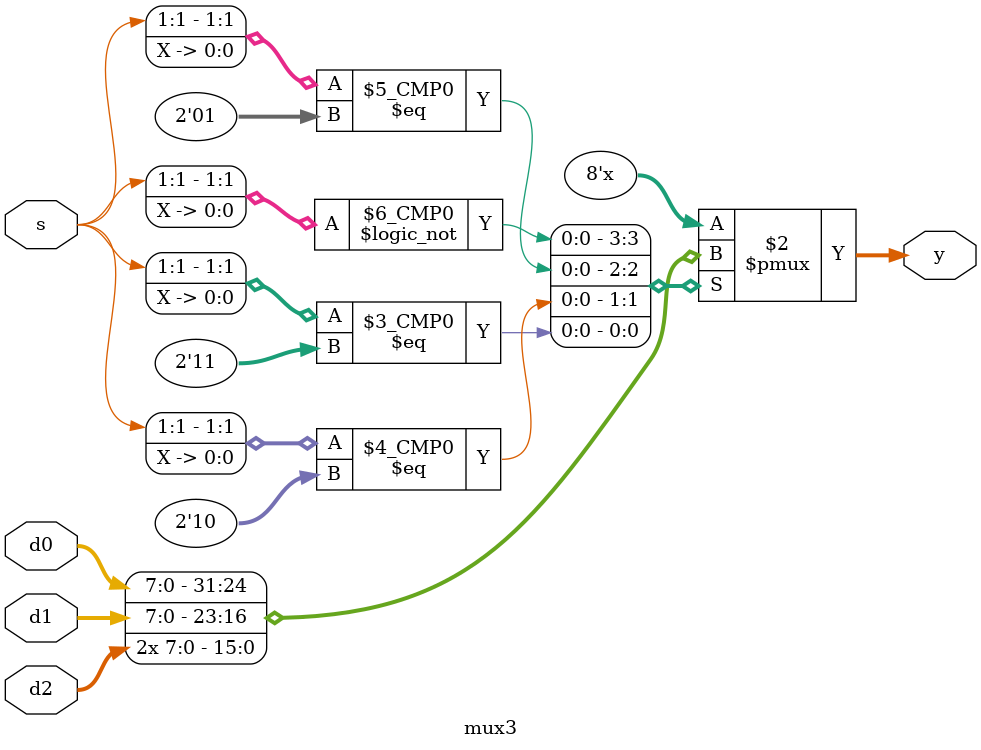
<source format=sv>
module mux3 #(parameter WIDTH = 8)
  (input       [WIDTH-1:0] d0, d1, d2,
   input       [1:0]       s, 	// s[1] s[0]
   output logic[WIDTH-1:0] y);

// fill in guts (combinational -- assign or always_comb, use =)
//  s[1]  s[0]  y
//  0     0    d0
//  0     1    d1
//  1     0    d2
//  1     1    d2

always_comb begin
	case({s[1], s[2]})
	2'b00: y = d0;
	2'b01: y = d1;
	2'b10: y = d2;
	2'b11: y = d2;
	endcase
end
endmodule

</source>
